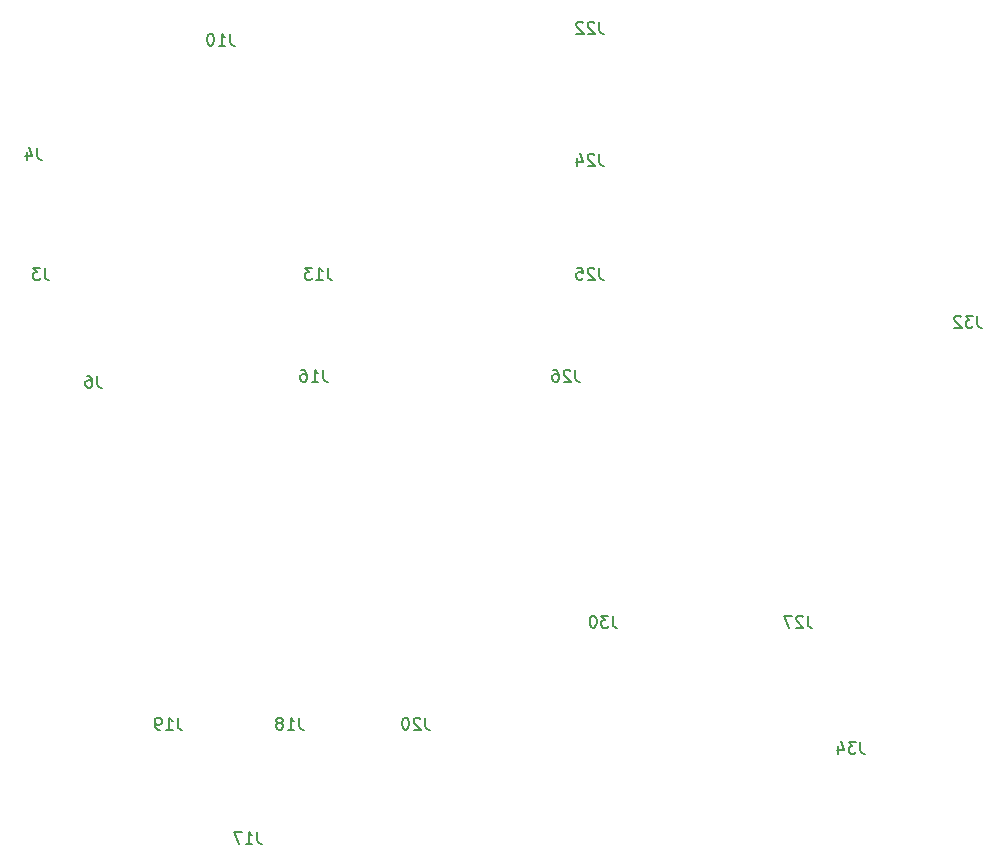
<source format=gbr>
%TF.GenerationSoftware,KiCad,Pcbnew,(6.0.7-1)-1*%
%TF.CreationDate,2023-11-05T12:24:44+10:00*%
%TF.ProjectId,Right Console Input,52696768-7420-4436-9f6e-736f6c652049,rev?*%
%TF.SameCoordinates,Original*%
%TF.FileFunction,Legend,Bot*%
%TF.FilePolarity,Positive*%
%FSLAX46Y46*%
G04 Gerber Fmt 4.6, Leading zero omitted, Abs format (unit mm)*
G04 Created by KiCad (PCBNEW (6.0.7-1)-1) date 2023-11-05 12:24:44*
%MOMM*%
%LPD*%
G01*
G04 APERTURE LIST*
%ADD10C,0.150000*%
G04 APERTURE END LIST*
D10*
%TO.C,J10*%
X150339523Y-57796380D02*
X150339523Y-58510666D01*
X150387142Y-58653523D01*
X150482380Y-58748761D01*
X150625238Y-58796380D01*
X150720476Y-58796380D01*
X149339523Y-58796380D02*
X149910952Y-58796380D01*
X149625238Y-58796380D02*
X149625238Y-57796380D01*
X149720476Y-57939238D01*
X149815714Y-58034476D01*
X149910952Y-58082095D01*
X148720476Y-57796380D02*
X148625238Y-57796380D01*
X148530000Y-57844000D01*
X148482380Y-57891619D01*
X148434761Y-57986857D01*
X148387142Y-58177333D01*
X148387142Y-58415428D01*
X148434761Y-58605904D01*
X148482380Y-58701142D01*
X148530000Y-58748761D01*
X148625238Y-58796380D01*
X148720476Y-58796380D01*
X148815714Y-58748761D01*
X148863333Y-58701142D01*
X148910952Y-58605904D01*
X148958571Y-58415428D01*
X148958571Y-58177333D01*
X148910952Y-57986857D01*
X148863333Y-57891619D01*
X148815714Y-57844000D01*
X148720476Y-57796380D01*
%TO.C,J24*%
X181581523Y-67956380D02*
X181581523Y-68670666D01*
X181629142Y-68813523D01*
X181724380Y-68908761D01*
X181867238Y-68956380D01*
X181962476Y-68956380D01*
X181152952Y-68051619D02*
X181105333Y-68004000D01*
X181010095Y-67956380D01*
X180772000Y-67956380D01*
X180676761Y-68004000D01*
X180629142Y-68051619D01*
X180581523Y-68146857D01*
X180581523Y-68242095D01*
X180629142Y-68384952D01*
X181200571Y-68956380D01*
X180581523Y-68956380D01*
X179724380Y-68289714D02*
X179724380Y-68956380D01*
X179962476Y-67908761D02*
X180200571Y-68623047D01*
X179581523Y-68623047D01*
%TO.C,J26*%
X179549523Y-86244380D02*
X179549523Y-86958666D01*
X179597142Y-87101523D01*
X179692380Y-87196761D01*
X179835238Y-87244380D01*
X179930476Y-87244380D01*
X179120952Y-86339619D02*
X179073333Y-86292000D01*
X178978095Y-86244380D01*
X178740000Y-86244380D01*
X178644761Y-86292000D01*
X178597142Y-86339619D01*
X178549523Y-86434857D01*
X178549523Y-86530095D01*
X178597142Y-86672952D01*
X179168571Y-87244380D01*
X178549523Y-87244380D01*
X177692380Y-86244380D02*
X177882857Y-86244380D01*
X177978095Y-86292000D01*
X178025714Y-86339619D01*
X178120952Y-86482476D01*
X178168571Y-86672952D01*
X178168571Y-87053904D01*
X178120952Y-87149142D01*
X178073333Y-87196761D01*
X177978095Y-87244380D01*
X177787619Y-87244380D01*
X177692380Y-87196761D01*
X177644761Y-87149142D01*
X177597142Y-87053904D01*
X177597142Y-86815809D01*
X177644761Y-86720571D01*
X177692380Y-86672952D01*
X177787619Y-86625333D01*
X177978095Y-86625333D01*
X178073333Y-86672952D01*
X178120952Y-86720571D01*
X178168571Y-86815809D01*
%TO.C,J13*%
X158594523Y-77608380D02*
X158594523Y-78322666D01*
X158642142Y-78465523D01*
X158737380Y-78560761D01*
X158880238Y-78608380D01*
X158975476Y-78608380D01*
X157594523Y-78608380D02*
X158165952Y-78608380D01*
X157880238Y-78608380D02*
X157880238Y-77608380D01*
X157975476Y-77751238D01*
X158070714Y-77846476D01*
X158165952Y-77894095D01*
X157261190Y-77608380D02*
X156642142Y-77608380D01*
X156975476Y-77989333D01*
X156832619Y-77989333D01*
X156737380Y-78036952D01*
X156689761Y-78084571D01*
X156642142Y-78179809D01*
X156642142Y-78417904D01*
X156689761Y-78513142D01*
X156737380Y-78560761D01*
X156832619Y-78608380D01*
X157118333Y-78608380D01*
X157213571Y-78560761D01*
X157261190Y-78513142D01*
%TO.C,J34*%
X203679523Y-117740380D02*
X203679523Y-118454666D01*
X203727142Y-118597523D01*
X203822380Y-118692761D01*
X203965238Y-118740380D01*
X204060476Y-118740380D01*
X203298571Y-117740380D02*
X202679523Y-117740380D01*
X203012857Y-118121333D01*
X202870000Y-118121333D01*
X202774761Y-118168952D01*
X202727142Y-118216571D01*
X202679523Y-118311809D01*
X202679523Y-118549904D01*
X202727142Y-118645142D01*
X202774761Y-118692761D01*
X202870000Y-118740380D01*
X203155714Y-118740380D01*
X203250952Y-118692761D01*
X203298571Y-118645142D01*
X201822380Y-118073714D02*
X201822380Y-118740380D01*
X202060476Y-117692761D02*
X202298571Y-118407047D01*
X201679523Y-118407047D01*
%TO.C,J22*%
X181581523Y-56780380D02*
X181581523Y-57494666D01*
X181629142Y-57637523D01*
X181724380Y-57732761D01*
X181867238Y-57780380D01*
X181962476Y-57780380D01*
X181152952Y-56875619D02*
X181105333Y-56828000D01*
X181010095Y-56780380D01*
X180772000Y-56780380D01*
X180676761Y-56828000D01*
X180629142Y-56875619D01*
X180581523Y-56970857D01*
X180581523Y-57066095D01*
X180629142Y-57208952D01*
X181200571Y-57780380D01*
X180581523Y-57780380D01*
X180200571Y-56875619D02*
X180152952Y-56828000D01*
X180057714Y-56780380D01*
X179819619Y-56780380D01*
X179724380Y-56828000D01*
X179676761Y-56875619D01*
X179629142Y-56970857D01*
X179629142Y-57066095D01*
X179676761Y-57208952D01*
X180248190Y-57780380D01*
X179629142Y-57780380D01*
%TO.C,J18*%
X156181523Y-115708380D02*
X156181523Y-116422666D01*
X156229142Y-116565523D01*
X156324380Y-116660761D01*
X156467238Y-116708380D01*
X156562476Y-116708380D01*
X155181523Y-116708380D02*
X155752952Y-116708380D01*
X155467238Y-116708380D02*
X155467238Y-115708380D01*
X155562476Y-115851238D01*
X155657714Y-115946476D01*
X155752952Y-115994095D01*
X154610095Y-116136952D02*
X154705333Y-116089333D01*
X154752952Y-116041714D01*
X154800571Y-115946476D01*
X154800571Y-115898857D01*
X154752952Y-115803619D01*
X154705333Y-115756000D01*
X154610095Y-115708380D01*
X154419619Y-115708380D01*
X154324380Y-115756000D01*
X154276761Y-115803619D01*
X154229142Y-115898857D01*
X154229142Y-115946476D01*
X154276761Y-116041714D01*
X154324380Y-116089333D01*
X154419619Y-116136952D01*
X154610095Y-116136952D01*
X154705333Y-116184571D01*
X154752952Y-116232190D01*
X154800571Y-116327428D01*
X154800571Y-116517904D01*
X154752952Y-116613142D01*
X154705333Y-116660761D01*
X154610095Y-116708380D01*
X154419619Y-116708380D01*
X154324380Y-116660761D01*
X154276761Y-116613142D01*
X154229142Y-116517904D01*
X154229142Y-116327428D01*
X154276761Y-116232190D01*
X154324380Y-116184571D01*
X154419619Y-116136952D01*
%TO.C,J6*%
X139068333Y-86752380D02*
X139068333Y-87466666D01*
X139115952Y-87609523D01*
X139211190Y-87704761D01*
X139354047Y-87752380D01*
X139449285Y-87752380D01*
X138163571Y-86752380D02*
X138354047Y-86752380D01*
X138449285Y-86800000D01*
X138496904Y-86847619D01*
X138592142Y-86990476D01*
X138639761Y-87180952D01*
X138639761Y-87561904D01*
X138592142Y-87657142D01*
X138544523Y-87704761D01*
X138449285Y-87752380D01*
X138258809Y-87752380D01*
X138163571Y-87704761D01*
X138115952Y-87657142D01*
X138068333Y-87561904D01*
X138068333Y-87323809D01*
X138115952Y-87228571D01*
X138163571Y-87180952D01*
X138258809Y-87133333D01*
X138449285Y-87133333D01*
X138544523Y-87180952D01*
X138592142Y-87228571D01*
X138639761Y-87323809D01*
%TO.C,J16*%
X158213523Y-86244380D02*
X158213523Y-86958666D01*
X158261142Y-87101523D01*
X158356380Y-87196761D01*
X158499238Y-87244380D01*
X158594476Y-87244380D01*
X157213523Y-87244380D02*
X157784952Y-87244380D01*
X157499238Y-87244380D02*
X157499238Y-86244380D01*
X157594476Y-86387238D01*
X157689714Y-86482476D01*
X157784952Y-86530095D01*
X156356380Y-86244380D02*
X156546857Y-86244380D01*
X156642095Y-86292000D01*
X156689714Y-86339619D01*
X156784952Y-86482476D01*
X156832571Y-86672952D01*
X156832571Y-87053904D01*
X156784952Y-87149142D01*
X156737333Y-87196761D01*
X156642095Y-87244380D01*
X156451619Y-87244380D01*
X156356380Y-87196761D01*
X156308761Y-87149142D01*
X156261142Y-87053904D01*
X156261142Y-86815809D01*
X156308761Y-86720571D01*
X156356380Y-86672952D01*
X156451619Y-86625333D01*
X156642095Y-86625333D01*
X156737333Y-86672952D01*
X156784952Y-86720571D01*
X156832571Y-86815809D01*
%TO.C,J4*%
X133988333Y-67448380D02*
X133988333Y-68162666D01*
X134035952Y-68305523D01*
X134131190Y-68400761D01*
X134274047Y-68448380D01*
X134369285Y-68448380D01*
X133083571Y-67781714D02*
X133083571Y-68448380D01*
X133321666Y-67400761D02*
X133559761Y-68115047D01*
X132940714Y-68115047D01*
%TO.C,J17*%
X152625523Y-125360380D02*
X152625523Y-126074666D01*
X152673142Y-126217523D01*
X152768380Y-126312761D01*
X152911238Y-126360380D01*
X153006476Y-126360380D01*
X151625523Y-126360380D02*
X152196952Y-126360380D01*
X151911238Y-126360380D02*
X151911238Y-125360380D01*
X152006476Y-125503238D01*
X152101714Y-125598476D01*
X152196952Y-125646095D01*
X151292190Y-125360380D02*
X150625523Y-125360380D01*
X151054095Y-126360380D01*
%TO.C,J27*%
X199234523Y-107072380D02*
X199234523Y-107786666D01*
X199282142Y-107929523D01*
X199377380Y-108024761D01*
X199520238Y-108072380D01*
X199615476Y-108072380D01*
X198805952Y-107167619D02*
X198758333Y-107120000D01*
X198663095Y-107072380D01*
X198425000Y-107072380D01*
X198329761Y-107120000D01*
X198282142Y-107167619D01*
X198234523Y-107262857D01*
X198234523Y-107358095D01*
X198282142Y-107500952D01*
X198853571Y-108072380D01*
X198234523Y-108072380D01*
X197901190Y-107072380D02*
X197234523Y-107072380D01*
X197663095Y-108072380D01*
%TO.C,J3*%
X134623333Y-77608380D02*
X134623333Y-78322666D01*
X134670952Y-78465523D01*
X134766190Y-78560761D01*
X134909047Y-78608380D01*
X135004285Y-78608380D01*
X134242380Y-77608380D02*
X133623333Y-77608380D01*
X133956666Y-77989333D01*
X133813809Y-77989333D01*
X133718571Y-78036952D01*
X133670952Y-78084571D01*
X133623333Y-78179809D01*
X133623333Y-78417904D01*
X133670952Y-78513142D01*
X133718571Y-78560761D01*
X133813809Y-78608380D01*
X134099523Y-78608380D01*
X134194761Y-78560761D01*
X134242380Y-78513142D01*
%TO.C,J19*%
X145894523Y-115708380D02*
X145894523Y-116422666D01*
X145942142Y-116565523D01*
X146037380Y-116660761D01*
X146180238Y-116708380D01*
X146275476Y-116708380D01*
X144894523Y-116708380D02*
X145465952Y-116708380D01*
X145180238Y-116708380D02*
X145180238Y-115708380D01*
X145275476Y-115851238D01*
X145370714Y-115946476D01*
X145465952Y-115994095D01*
X144418333Y-116708380D02*
X144227857Y-116708380D01*
X144132619Y-116660761D01*
X144085000Y-116613142D01*
X143989761Y-116470285D01*
X143942142Y-116279809D01*
X143942142Y-115898857D01*
X143989761Y-115803619D01*
X144037380Y-115756000D01*
X144132619Y-115708380D01*
X144323095Y-115708380D01*
X144418333Y-115756000D01*
X144465952Y-115803619D01*
X144513571Y-115898857D01*
X144513571Y-116136952D01*
X144465952Y-116232190D01*
X144418333Y-116279809D01*
X144323095Y-116327428D01*
X144132619Y-116327428D01*
X144037380Y-116279809D01*
X143989761Y-116232190D01*
X143942142Y-116136952D01*
%TO.C,J32*%
X213585523Y-81672380D02*
X213585523Y-82386666D01*
X213633142Y-82529523D01*
X213728380Y-82624761D01*
X213871238Y-82672380D01*
X213966476Y-82672380D01*
X213204571Y-81672380D02*
X212585523Y-81672380D01*
X212918857Y-82053333D01*
X212776000Y-82053333D01*
X212680761Y-82100952D01*
X212633142Y-82148571D01*
X212585523Y-82243809D01*
X212585523Y-82481904D01*
X212633142Y-82577142D01*
X212680761Y-82624761D01*
X212776000Y-82672380D01*
X213061714Y-82672380D01*
X213156952Y-82624761D01*
X213204571Y-82577142D01*
X212204571Y-81767619D02*
X212156952Y-81720000D01*
X212061714Y-81672380D01*
X211823619Y-81672380D01*
X211728380Y-81720000D01*
X211680761Y-81767619D01*
X211633142Y-81862857D01*
X211633142Y-81958095D01*
X211680761Y-82100952D01*
X212252190Y-82672380D01*
X211633142Y-82672380D01*
%TO.C,J25*%
X181581523Y-77608380D02*
X181581523Y-78322666D01*
X181629142Y-78465523D01*
X181724380Y-78560761D01*
X181867238Y-78608380D01*
X181962476Y-78608380D01*
X181152952Y-77703619D02*
X181105333Y-77656000D01*
X181010095Y-77608380D01*
X180772000Y-77608380D01*
X180676761Y-77656000D01*
X180629142Y-77703619D01*
X180581523Y-77798857D01*
X180581523Y-77894095D01*
X180629142Y-78036952D01*
X181200571Y-78608380D01*
X180581523Y-78608380D01*
X179676761Y-77608380D02*
X180152952Y-77608380D01*
X180200571Y-78084571D01*
X180152952Y-78036952D01*
X180057714Y-77989333D01*
X179819619Y-77989333D01*
X179724380Y-78036952D01*
X179676761Y-78084571D01*
X179629142Y-78179809D01*
X179629142Y-78417904D01*
X179676761Y-78513142D01*
X179724380Y-78560761D01*
X179819619Y-78608380D01*
X180057714Y-78608380D01*
X180152952Y-78560761D01*
X180200571Y-78513142D01*
%TO.C,J30*%
X182724523Y-107072380D02*
X182724523Y-107786666D01*
X182772142Y-107929523D01*
X182867380Y-108024761D01*
X183010238Y-108072380D01*
X183105476Y-108072380D01*
X182343571Y-107072380D02*
X181724523Y-107072380D01*
X182057857Y-107453333D01*
X181915000Y-107453333D01*
X181819761Y-107500952D01*
X181772142Y-107548571D01*
X181724523Y-107643809D01*
X181724523Y-107881904D01*
X181772142Y-107977142D01*
X181819761Y-108024761D01*
X181915000Y-108072380D01*
X182200714Y-108072380D01*
X182295952Y-108024761D01*
X182343571Y-107977142D01*
X181105476Y-107072380D02*
X181010238Y-107072380D01*
X180915000Y-107120000D01*
X180867380Y-107167619D01*
X180819761Y-107262857D01*
X180772142Y-107453333D01*
X180772142Y-107691428D01*
X180819761Y-107881904D01*
X180867380Y-107977142D01*
X180915000Y-108024761D01*
X181010238Y-108072380D01*
X181105476Y-108072380D01*
X181200714Y-108024761D01*
X181248333Y-107977142D01*
X181295952Y-107881904D01*
X181343571Y-107691428D01*
X181343571Y-107453333D01*
X181295952Y-107262857D01*
X181248333Y-107167619D01*
X181200714Y-107120000D01*
X181105476Y-107072380D01*
%TO.C,J20*%
X166849523Y-115708380D02*
X166849523Y-116422666D01*
X166897142Y-116565523D01*
X166992380Y-116660761D01*
X167135238Y-116708380D01*
X167230476Y-116708380D01*
X166420952Y-115803619D02*
X166373333Y-115756000D01*
X166278095Y-115708380D01*
X166040000Y-115708380D01*
X165944761Y-115756000D01*
X165897142Y-115803619D01*
X165849523Y-115898857D01*
X165849523Y-115994095D01*
X165897142Y-116136952D01*
X166468571Y-116708380D01*
X165849523Y-116708380D01*
X165230476Y-115708380D02*
X165135238Y-115708380D01*
X165040000Y-115756000D01*
X164992380Y-115803619D01*
X164944761Y-115898857D01*
X164897142Y-116089333D01*
X164897142Y-116327428D01*
X164944761Y-116517904D01*
X164992380Y-116613142D01*
X165040000Y-116660761D01*
X165135238Y-116708380D01*
X165230476Y-116708380D01*
X165325714Y-116660761D01*
X165373333Y-116613142D01*
X165420952Y-116517904D01*
X165468571Y-116327428D01*
X165468571Y-116089333D01*
X165420952Y-115898857D01*
X165373333Y-115803619D01*
X165325714Y-115756000D01*
X165230476Y-115708380D01*
%TD*%
M02*

</source>
